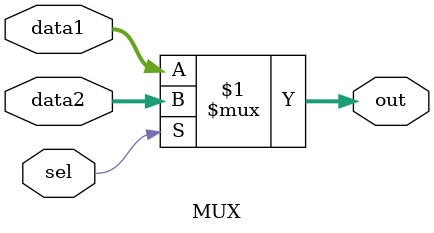
<source format=v>
module MUX(out,data1,data2,sel);
  input [15:0] data1,data2;
  input sel;
  output [15:0] out;
  
  assign out = sel?data2:data1;
  
endmodule

</source>
